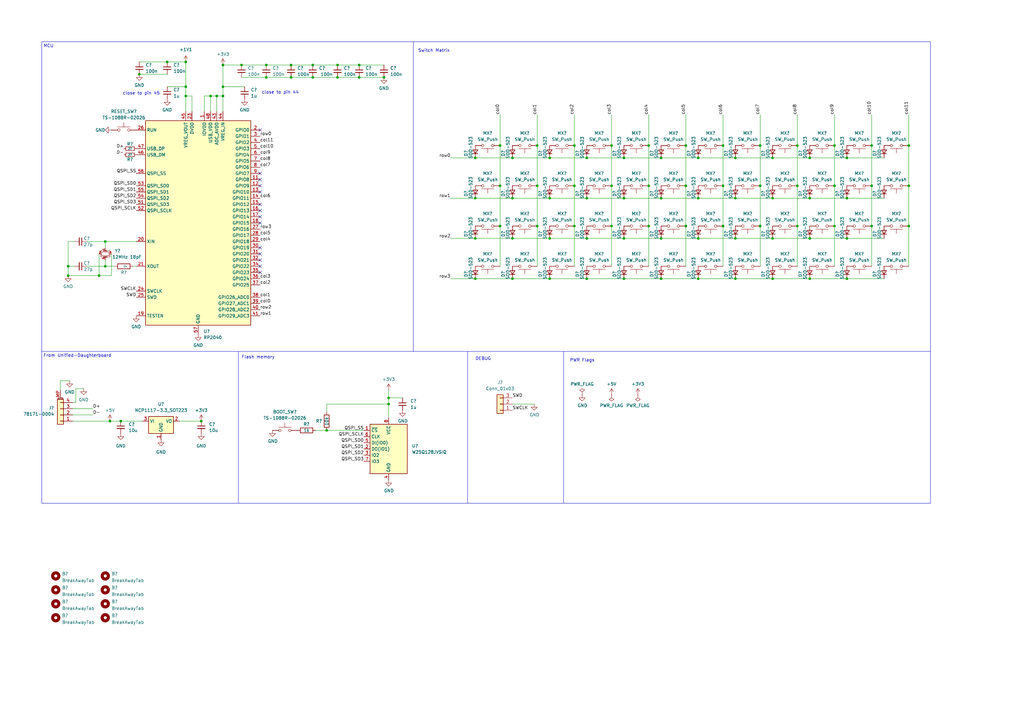
<source format=kicad_sch>
(kicad_sch (version 20230121) (generator eeschema)
  (paper "A3")
  (title_block (date "2023-11-23"))
  (junction (at 286.385 97.79))
  (junction (at 240.665 114.3))
  (junction (at 301.625 97.79))
  (junction (at 225.425 97.79))
  (junction (at 347.345 81.28))
  (junction (at 138.43 26.67))
  (junction (at 250.825 92.71))
  (junction (at 210.185 81.28))
  (junction (at 286.385 81.28))
  (junction (at 91.44 26.67))
  (junction (at 255.905 81.28))
  (junction (at 194.945 81.28))
  (junction (at 88.9 39.37))
  (junction (at 235.585 76.2))
  (junction (at 357.505 76.2))
  (junction (at 194.945 97.79))
  (junction (at 347.345 97.79))
  (junction (at 301.625 64.77))
  (junction (at 205.105 92.71))
  (junction (at 332.105 81.28))
  (junction (at 357.505 92.71))
  (junction (at 281.305 92.71))
  (junction (at 147.32 26.67))
  (junction (at 266.065 59.69))
  (junction (at 372.745 92.71))
  (junction (at 138.43 31.75))
  (junction (at 210.185 64.77))
  (junction (at 194.945 114.3))
  (junction (at 316.865 97.79))
  (junction (at 235.585 92.71))
  (junction (at 311.785 59.69))
  (junction (at 255.905 64.77))
  (junction (at 210.185 97.79))
  (junction (at 301.625 81.28))
  (junction (at 316.865 114.3))
  (junction (at 109.22 31.75))
  (junction (at 271.145 64.77))
  (junction (at 128.27 31.75))
  (junction (at 91.44 35.56))
  (junction (at 119.38 31.75))
  (junction (at 327.025 59.69))
  (junction (at 225.425 64.77))
  (junction (at 57.15 30.48))
  (junction (at 159.385 163.195))
  (junction (at 128.27 26.67))
  (junction (at 147.32 31.75))
  (junction (at 43.18 99.06))
  (junction (at 255.905 97.79))
  (junction (at 296.545 59.69))
  (junction (at 296.545 76.2))
  (junction (at 210.185 114.3))
  (junction (at 76.2 25.4))
  (junction (at 45.085 172.72))
  (junction (at 27.94 113.03))
  (junction (at 347.345 114.3))
  (junction (at 194.945 64.77))
  (junction (at 342.265 92.71))
  (junction (at 311.785 92.71))
  (junction (at 342.265 59.69))
  (junction (at 205.105 59.69))
  (junction (at 266.065 92.71))
  (junction (at 220.345 92.71))
  (junction (at 76.2 39.37))
  (junction (at 332.105 64.77))
  (junction (at 76.2 35.56))
  (junction (at 86.36 39.37))
  (junction (at 296.545 92.71))
  (junction (at 220.345 76.2))
  (junction (at 266.065 76.2))
  (junction (at 99.06 26.67))
  (junction (at 157.48 31.75))
  (junction (at 286.385 114.3))
  (junction (at 332.105 97.79))
  (junction (at 286.385 64.77))
  (junction (at 159.385 165.735))
  (junction (at 372.745 76.2))
  (junction (at 235.585 59.69))
  (junction (at 240.665 81.28))
  (junction (at 240.665 97.79))
  (junction (at 49.53 172.72))
  (junction (at 220.345 59.69))
  (junction (at 342.265 76.2))
  (junction (at 281.305 59.69))
  (junction (at 82.55 172.72))
  (junction (at 281.305 76.2))
  (junction (at 271.145 97.79))
  (junction (at 327.025 76.2))
  (junction (at 311.785 76.2))
  (junction (at 27.94 109.22))
  (junction (at 43.18 109.22))
  (junction (at 250.825 59.69))
  (junction (at 357.505 59.69))
  (junction (at 119.38 26.67))
  (junction (at 332.105 114.3))
  (junction (at 316.865 64.77))
  (junction (at 327.025 92.71))
  (junction (at 40.64 113.03))
  (junction (at 250.825 76.2))
  (junction (at 255.905 114.3))
  (junction (at 271.145 114.3))
  (junction (at 133.985 176.53))
  (junction (at 225.425 114.3))
  (junction (at 316.865 81.28))
  (junction (at 301.625 114.3))
  (junction (at 240.665 64.77))
  (junction (at 91.44 39.37))
  (junction (at 372.745 59.69))
  (junction (at 271.145 81.28))
  (junction (at 109.22 26.67))
  (junction (at 205.105 76.2))
  (junction (at 225.425 81.28))
  (junction (at 347.345 64.77))
  (junction (at 68.58 25.4))
  (no_connect (at 106.68 91.44))
  (no_connect (at 106.68 109.22))
  (no_connect (at 106.68 111.76))
  (no_connect (at 106.68 106.68))
  (no_connect (at 106.68 78.74))
  (no_connect (at 106.68 104.14))
  (no_connect (at 106.68 53.34))
  (no_connect (at 106.68 76.2))
  (no_connect (at 106.68 83.82))
  (no_connect (at 106.68 86.36))
  (no_connect (at 106.68 88.9))
  (no_connect (at 106.68 101.6))
  (no_connect (at 106.68 73.66))
  (no_connect (at 106.68 71.12))
  (wire (pts (xy 286.385 81.28) (xy 301.625 81.28)))
  (polyline (pts (xy 17.145 17.145) (xy 17.145 206.375)))
  (wire (pts (xy 99.06 26.67) (xy 109.22 26.67)))
  (wire (pts (xy 327.025 46.99) (xy 327.025 59.69)))
  (wire (pts (xy 266.065 92.71) (xy 266.065 109.22)))
  (wire (pts (xy 220.345 76.2) (xy 220.345 92.71)))
  (wire (pts (xy 91.44 39.37) (xy 88.9 39.37)))
  (wire (pts (xy 281.305 59.69) (xy 281.305 76.2)))
  (wire (pts (xy 138.43 31.75) (xy 147.32 31.75)))
  (wire (pts (xy 210.185 64.77) (xy 225.425 64.77)))
  (wire (pts (xy 24.765 160.02) (xy 24.765 156.21)))
  (wire (pts (xy 235.585 92.71) (xy 235.585 109.22)))
  (wire (pts (xy 271.145 97.79) (xy 286.385 97.79)))
  (wire (pts (xy 240.665 81.28) (xy 255.905 81.28)))
  (wire (pts (xy 332.105 64.77) (xy 347.345 64.77)))
  (wire (pts (xy 311.785 59.69) (xy 311.785 76.2)))
  (wire (pts (xy 159.385 163.195) (xy 165.1 163.195)))
  (wire (pts (xy 49.53 172.72) (xy 58.42 172.72)))
  (wire (pts (xy 225.425 97.79) (xy 240.665 97.79)))
  (wire (pts (xy 45.72 104.14) (xy 45.72 113.03)))
  (wire (pts (xy 235.585 76.2) (xy 235.585 92.71)))
  (wire (pts (xy 205.105 76.2) (xy 205.105 92.71)))
  (wire (pts (xy 266.065 59.69) (xy 266.065 76.2)))
  (wire (pts (xy 184.785 114.3) (xy 194.945 114.3)))
  (polyline (pts (xy 17.145 206.375) (xy 381.635 206.375)))
  (wire (pts (xy 235.585 46.99) (xy 235.585 59.69)))
  (wire (pts (xy 147.32 26.67) (xy 157.48 26.67)))
  (wire (pts (xy 194.945 81.28) (xy 210.185 81.28)))
  (wire (pts (xy 250.825 92.71) (xy 250.825 109.22)))
  (wire (pts (xy 27.94 109.22) (xy 30.48 109.22)))
  (wire (pts (xy 54.61 109.22) (xy 55.88 109.22)))
  (wire (pts (xy 78.74 39.37) (xy 76.2 39.37)))
  (wire (pts (xy 357.505 46.99) (xy 357.505 59.69)))
  (wire (pts (xy 159.385 165.735) (xy 159.385 171.45)))
  (wire (pts (xy 266.065 76.2) (xy 266.065 92.71)))
  (wire (pts (xy 357.505 92.71) (xy 357.505 109.22)))
  (wire (pts (xy 119.38 31.75) (xy 128.27 31.75)))
  (wire (pts (xy 35.56 99.06) (xy 43.18 99.06)))
  (wire (pts (xy 210.185 81.28) (xy 225.425 81.28)))
  (polyline (pts (xy 381.635 17.145) (xy 381.635 206.375)))
  (wire (pts (xy 73.66 172.72) (xy 82.55 172.72)))
  (wire (pts (xy 210.185 114.3) (xy 225.425 114.3)))
  (wire (pts (xy 271.145 64.77) (xy 286.385 64.77)))
  (wire (pts (xy 250.825 59.69) (xy 250.825 76.2)))
  (wire (pts (xy 296.545 59.69) (xy 296.545 76.2)))
  (wire (pts (xy 43.18 109.22) (xy 46.99 109.22)))
  (wire (pts (xy 332.105 81.28) (xy 347.345 81.28)))
  (wire (pts (xy 372.745 46.99) (xy 372.745 59.69)))
  (wire (pts (xy 250.825 46.99) (xy 250.825 59.69)))
  (wire (pts (xy 27.94 109.22) (xy 27.94 113.03)))
  (polyline (pts (xy 169.545 17.145) (xy 169.545 144.145)))
  (wire (pts (xy 194.945 97.79) (xy 210.185 97.79)))
  (wire (pts (xy 159.385 163.195) (xy 159.385 165.735)))
  (wire (pts (xy 27.94 113.03) (xy 40.64 113.03)))
  (wire (pts (xy 342.265 92.71) (xy 342.265 109.22)))
  (wire (pts (xy 184.785 81.28) (xy 194.945 81.28)))
  (wire (pts (xy 342.265 59.69) (xy 342.265 76.2)))
  (wire (pts (xy 205.105 59.69) (xy 205.105 76.2)))
  (wire (pts (xy 372.745 92.71) (xy 372.745 109.22)))
  (wire (pts (xy 31.115 165.1) (xy 31.115 159.385)))
  (wire (pts (xy 129.54 176.53) (xy 133.985 176.53)))
  (wire (pts (xy 83.82 39.37) (xy 86.36 39.37)))
  (wire (pts (xy 347.345 81.28) (xy 362.585 81.28)))
  (wire (pts (xy 240.665 114.3) (xy 255.905 114.3)))
  (wire (pts (xy 91.44 26.67) (xy 91.44 35.56)))
  (wire (pts (xy 68.58 35.56) (xy 76.2 35.56)))
  (wire (pts (xy 296.545 46.99) (xy 296.545 59.69)))
  (wire (pts (xy 91.44 26.67) (xy 99.06 26.67)))
  (wire (pts (xy 184.785 97.79) (xy 194.945 97.79)))
  (wire (pts (xy 24.765 156.21) (xy 28.575 156.21)))
  (wire (pts (xy 99.06 31.75) (xy 109.22 31.75)))
  (wire (pts (xy 296.545 92.71) (xy 296.545 109.22)))
  (wire (pts (xy 147.32 31.75) (xy 157.48 31.75)))
  (wire (pts (xy 301.625 114.3) (xy 316.865 114.3)))
  (wire (pts (xy 347.345 114.3) (xy 362.585 114.3)))
  (wire (pts (xy 372.745 76.2) (xy 372.745 92.71)))
  (wire (pts (xy 210.185 165.735) (xy 219.075 165.735)))
  (wire (pts (xy 220.345 46.99) (xy 220.345 59.69)))
  (wire (pts (xy 255.905 81.28) (xy 271.145 81.28)))
  (wire (pts (xy 347.345 64.77) (xy 362.585 64.77)))
  (wire (pts (xy 83.82 39.37) (xy 83.82 45.72)))
  (wire (pts (xy 357.505 76.2) (xy 357.505 92.71)))
  (wire (pts (xy 255.905 114.3) (xy 271.145 114.3)))
  (wire (pts (xy 316.865 97.79) (xy 332.105 97.79)))
  (wire (pts (xy 210.185 97.79) (xy 225.425 97.79)))
  (wire (pts (xy 205.105 46.99) (xy 205.105 59.69)))
  (wire (pts (xy 43.18 99.06) (xy 55.88 99.06)))
  (wire (pts (xy 29.845 165.1) (xy 31.115 165.1)))
  (polyline (pts (xy 231.14 144.145) (xy 231.14 206.375)))
  (wire (pts (xy 35.56 109.22) (xy 43.18 109.22)))
  (wire (pts (xy 43.18 109.22) (xy 43.18 106.68)))
  (wire (pts (xy 225.425 81.28) (xy 240.665 81.28)))
  (wire (pts (xy 78.74 45.72) (xy 78.74 39.37)))
  (wire (pts (xy 255.905 64.77) (xy 271.145 64.77)))
  (wire (pts (xy 91.44 35.56) (xy 91.44 39.37)))
  (wire (pts (xy 86.36 39.37) (xy 88.9 39.37)))
  (wire (pts (xy 281.305 76.2) (xy 281.305 92.71)))
  (wire (pts (xy 286.385 97.79) (xy 301.625 97.79)))
  (wire (pts (xy 133.985 165.735) (xy 133.985 168.91)))
  (wire (pts (xy 27.94 99.06) (xy 27.94 109.22)))
  (wire (pts (xy 68.58 25.4) (xy 76.2 25.4)))
  (wire (pts (xy 30.48 99.06) (xy 27.94 99.06)))
  (wire (pts (xy 29.845 167.64) (xy 38.1 167.64)))
  (wire (pts (xy 327.025 76.2) (xy 327.025 92.71)))
  (wire (pts (xy 255.905 97.79) (xy 271.145 97.79)))
  (wire (pts (xy 88.9 39.37) (xy 88.9 45.72)))
  (wire (pts (xy 240.665 64.77) (xy 255.905 64.77)))
  (wire (pts (xy 45.085 172.72) (xy 49.53 172.72)))
  (wire (pts (xy 271.145 81.28) (xy 286.385 81.28)))
  (wire (pts (xy 220.345 59.69) (xy 220.345 76.2)))
  (polyline (pts (xy 17.145 144.145) (xy 381.635 144.145)))
  (wire (pts (xy 311.785 46.99) (xy 311.785 59.69)))
  (wire (pts (xy 149.225 176.53) (xy 133.985 176.53)))
  (polyline (pts (xy 191.77 144.145) (xy 191.77 206.375)))
  (wire (pts (xy 342.265 76.2) (xy 342.265 92.71)))
  (wire (pts (xy 311.785 76.2) (xy 311.785 92.71)))
  (wire (pts (xy 29.845 170.18) (xy 38.1 170.18)))
  (wire (pts (xy 332.105 114.3) (xy 347.345 114.3)))
  (wire (pts (xy 301.625 64.77) (xy 316.865 64.77)))
  (wire (pts (xy 286.385 114.3) (xy 301.625 114.3)))
  (wire (pts (xy 205.105 92.71) (xy 205.105 109.22)))
  (polyline (pts (xy 97.79 144.145) (xy 97.79 206.375)))
  (wire (pts (xy 250.825 76.2) (xy 250.825 92.71)))
  (wire (pts (xy 76.2 35.56) (xy 76.2 39.37)))
  (wire (pts (xy 240.665 97.79) (xy 255.905 97.79)))
  (wire (pts (xy 194.945 64.77) (xy 210.185 64.77)))
  (wire (pts (xy 31.115 159.385) (xy 34.29 159.385)))
  (wire (pts (xy 357.505 59.69) (xy 357.505 76.2)))
  (wire (pts (xy 91.44 35.56) (xy 100.33 35.56)))
  (wire (pts (xy 194.945 114.3) (xy 210.185 114.3)))
  (wire (pts (xy 57.15 25.4) (xy 68.58 25.4)))
  (wire (pts (xy 281.305 46.99) (xy 281.305 59.69)))
  (wire (pts (xy 128.27 31.75) (xy 138.43 31.75)))
  (wire (pts (xy 29.845 172.72) (xy 45.085 172.72)))
  (wire (pts (xy 316.865 114.3) (xy 332.105 114.3)))
  (wire (pts (xy 45.72 113.03) (xy 40.64 113.03)))
  (wire (pts (xy 266.065 46.99) (xy 266.065 59.69)))
  (wire (pts (xy 301.625 81.28) (xy 316.865 81.28)))
  (wire (pts (xy 271.145 114.3) (xy 286.385 114.3)))
  (wire (pts (xy 286.385 64.77) (xy 301.625 64.77)))
  (wire (pts (xy 332.105 97.79) (xy 347.345 97.79)))
  (wire (pts (xy 225.425 64.77) (xy 240.665 64.77)))
  (wire (pts (xy 133.985 165.735) (xy 159.385 165.735)))
  (wire (pts (xy 109.22 31.75) (xy 119.38 31.75)))
  (wire (pts (xy 57.15 30.48) (xy 68.58 30.48)))
  (wire (pts (xy 316.865 64.77) (xy 332.105 64.77)))
  (wire (pts (xy 296.545 76.2) (xy 296.545 92.71)))
  (wire (pts (xy 225.425 114.3) (xy 240.665 114.3)))
  (wire (pts (xy 91.44 45.72) (xy 91.44 39.37)))
  (wire (pts (xy 128.27 26.67) (xy 138.43 26.67)))
  (wire (pts (xy 43.18 101.6) (xy 43.18 99.06)))
  (wire (pts (xy 327.025 92.71) (xy 327.025 109.22)))
  (wire (pts (xy 235.585 59.69) (xy 235.585 76.2)))
  (wire (pts (xy 311.785 92.71) (xy 311.785 109.22)))
  (wire (pts (xy 316.865 81.28) (xy 332.105 81.28)))
  (wire (pts (xy 119.38 26.67) (xy 128.27 26.67)))
  (wire (pts (xy 220.345 92.71) (xy 220.345 109.22)))
  (wire (pts (xy 159.385 160.02) (xy 159.385 163.195)))
  (wire (pts (xy 109.22 26.67) (xy 119.38 26.67)))
  (wire (pts (xy 76.2 25.4) (xy 76.2 35.56)))
  (wire (pts (xy 184.785 64.77) (xy 194.945 64.77)))
  (wire (pts (xy 342.265 46.99) (xy 342.265 59.69)))
  (wire (pts (xy 40.64 104.14) (xy 40.64 113.03)))
  (wire (pts (xy 76.2 45.72) (xy 76.2 39.37)))
  (wire (pts (xy 301.625 97.79) (xy 316.865 97.79)))
  (wire (pts (xy 347.345 97.79) (xy 362.585 97.79)))
  (wire (pts (xy 372.745 59.69) (xy 372.745 76.2)))
  (wire (pts (xy 327.025 59.69) (xy 327.025 76.2)))
  (wire (pts (xy 281.305 92.71) (xy 281.305 109.22)))
  (wire (pts (xy 86.36 39.37) (xy 86.36 45.72)))
  (wire (pts (xy 138.43 26.67) (xy 147.32 26.67)))
  (polyline (pts (xy 17.145 17.145) (xy 381.635 17.145)))
  (text "PWR Flags" (at 233.68 148.59 0) (effects (font (size 1.27 1.27)) (justify left bottom)))
  (text "Flash memory" (at 99.06 147.32 0) (effects (font (size 1.27 1.27)) (justify left bottom)))
  (text "Switch Matrix\n" (at 171.45 21.59 0) (effects (font (size 1.27 1.27)) (justify left bottom)))
  (text "DEBUG\n" (at 194.945 147.955 0) (effects (font (size 1.27 1.27)) (justify left bottom)))
  (text "MCU\n" (at 17.78 19.685 0) (effects (font (size 1.27 1.27)) (justify left bottom)))
  (text "close to pin 44" (at 107.315 38.735 0) (effects (font (size 1.27 1.27)) (justify left bottom)))
  (text "close to pin 45" (at 50.292 39.116 0) (effects (font (size 1.27 1.27)) (justify left bottom)))
  (text "From Unified-Daughterboard" (at 17.78 146.685 0) (effects (font (size 1.27 1.27)) (justify left bottom)))
  (label "col1" (at 220.345 46.99 90))
  (label "col2" (at 106.68 116.84 0))
  (label "QSPI_SD0" (at 55.88 76.2 180))
  (label "col5" (at 106.68 96.52 0))
  (label "QSPI_SD3" (at 55.88 83.82 180))
  (label "col8" (at 106.68 66.04 0))
  (label "col10" (at 357.505 46.99 90))
  (label "row2" (at 184.785 97.79 180))
  (label "col3" (at 106.68 114.3 0))
  (label "col2" (at 235.585 46.99 90))
  (label "col10" (at 106.68 60.96 0))
  (label "D+" (at 38.1 167.64 0))
  (label "QSPI_SD3" (at 149.225 189.23 180))
  (label "col3" (at 250.825 46.99 90))
  (label "row3" (at 106.68 93.98 0))
  (label "col5" (at 281.305 46.99 90))
  (label "col1" (at 106.68 121.92 0))
  (label "QSPI_SD1" (at 149.225 184.15 180))
  (label "QSPI_SD2" (at 55.88 81.28 180))
  (label "row1" (at 106.68 129.54 0))
  (label "SWD" (at 55.88 121.92 180))
  (label "col7" (at 106.68 68.58 0))
  (label "col4" (at 266.065 46.99 90))
  (label "QSPI_SS" (at 55.88 71.12 180))
  (label "col6" (at 296.545 46.99 90))
  (label "col11" (at 106.68 58.42 0))
  (label "QSPI_SD1" (at 55.88 78.74 180))
  (label "SWCLK" (at 210.185 168.275 0))
  (label "col11" (at 372.745 46.99 90))
  (label "D-" (at 38.1 170.18 0))
  (label "col8" (at 327.025 46.99 90))
  (label "col7" (at 311.785 46.99 90))
  (label "SWD" (at 210.185 163.195 0))
  (label "row1" (at 184.785 81.28 180))
  (label "col6" (at 106.68 81.28 0))
  (label "SWCLK" (at 55.88 119.38 180))
  (label "col4" (at 106.68 99.06 0))
  (label "D-" (at 50.8 63.5 180))
  (label "QSPI_SD2" (at 149.225 186.69 180))
  (label "QSPI_SD0" (at 149.225 181.61 180))
  (label "D+" (at 50.8 60.96 180))
  (label "QSPI_SS" (at 149.225 176.53 180))
  (label "col0" (at 205.105 46.99 90))
  (label "QSPI_SCLK" (at 149.225 179.07 180))
  (label "col0" (at 106.68 124.46 0))
  (label "row3" (at 184.785 114.3 180))
  (label "row2" (at 106.68 127 0))
  (label "col9" (at 342.265 46.99 90))
  (label "row0" (at 106.68 55.88 0))
  (label "col9" (at 106.68 63.5 0))
  (label "row0" (at 184.785 64.77 180))
  (label "QSPI_SCLK" (at 55.88 86.36 180))
  (symbol (lib_id "power:GND") (at 238.76 161.925 0) (unit 1)
    (property "Reference" "#PWR?" (effects hide))
    (property "Value" "GND" (at 238.887 166.3192 0))
  )
  (symbol (lib_id "power:PWR_FLAG") (at 238.76 161.925 0) (unit 1)
    (property "Reference" "#FLG?" (effects hide))
    (property "Value" "PWR_FLAG" (at 238.76 157.5308 0))
  )
  (symbol (lib_id "power:PWR_FLAG") (at 250.825 161.925 180) (unit 1)
    (property "Reference" "#FLG?" (effects hide))
    (property "Value" "PWR_FLAG" (at 250.825 166.3192 0))
  )
  (symbol (lib_id "power:GND") (at 159.385 196.85 0) (unit 1)
    (property "Reference" "#PWR?" (effects hide))
    (property "Value" "GND" (at 159.512 201.2442 0))
  )
  (symbol (lib_id "Switch:SW_Push") (at 200.025 76.2 180) (unit 1)
    (property "Reference" "MX?" (at 200.025 71.12 0))
    (property "Value" "SW_Push" (at 200.025 73.66 0))
    (property "Footprint" "kbd:keyswitch_cherrymx_hotswap_1u" (effects hide))
  )
  (symbol (lib_id "Device:D_Small") (at 286.385 111.76 90) (unit 1)
    (property "Reference" "D?" (at 282.575 111.125 0) (effects (justify right)))
    (property "Value" "SOD-523" (at 284.48 105.41 0) (effects (justify right)))
    (property "Footprint" "Diode_SMD:D_SOD-523" (effects hide))
  )
  (symbol (lib_id "Device:D_Small") (at 332.105 78.74 90) (unit 1)
    (property "Reference" "D?" (at 328.295 78.105 0) (effects (justify right)))
    (property "Value" "SOD-523" (at 330.2 72.39 0) (effects (justify right)))
    (property "Footprint" "Diode_SMD:D_SOD-523" (effects hide))
  )
  (symbol (lib_id "Switch:SW_Push") (at 200.025 59.69 180) (unit 1)
    (property "Reference" "MX?" (at 200.025 54.61 0))
    (property "Value" "SW_Push" (at 200.025 57.15 0))
    (property "Footprint" "kbd:keyswitch_cherrymx_hotswap_1u" (effects hide))
  )
  (symbol (lib_id "Connector_Generic_MountingPin:Conn_01x04_MountingPin") (at 24.765 170.18 180) (unit 1)
    (property "Reference" "J?" (at 22.225 167.2844 0) (effects (justify left)))
    (property "Value" "78171-0004" (at 22.225 169.8244 0) (effects (justify left)))
    (property "Footprint" "kbd:Pico-EZmate_PCB_Header" (effects hide))
  )
  (symbol (lib_id "power:+3V3") (at 261.62 161.925 0) (unit 1)
    (property "Reference" "#PWR?" (effects hide))
    (property "Value" "+3V3" (at 261.62 157.48 0))
  )
  (symbol (lib_id "Switch:SW_Push") (at 367.665 92.71 180) (unit 1)
    (property "Reference" "MX?" (at 367.665 87.63 0))
    (property "Value" "SW_Push" (at 367.665 90.17 0))
    (property "Footprint" "kbd:keyswitch_cherrymx_hotswap_1u" (effects hide))
  )
  (symbol (lib_id "Switch:SW_Push") (at 230.505 92.71 180) (unit 1)
    (property "Reference" "MX?" (at 230.505 87.63 0))
    (property "Value" "SW_Push" (at 230.505 90.17 0))
    (property "Footprint" "kbd:keyswitch_cherrymx_hotswap_1u" (effects hide))
  )
  (symbol (lib_id "Switch:SW_Push") (at 200.025 109.22 180) (unit 1)
    (property "Reference" "MX?" (at 200.025 104.14 0))
    (property "Value" "SW_Push" (at 200.025 106.68 0))
    (property "Footprint" "kbd:keyswitch_cherrymx_hotswap_1u" (effects hide))
  )
  (symbol (lib_id "power:GND") (at 81.28 137.16 0) (unit 1)
    (property "Reference" "#PWR?" (effects hide))
    (property "Value" "GND" (at 81.28 141.605 0))
  )
  (symbol (lib_id "power:+5V") (at 250.825 161.925 0) (unit 1)
    (property "Reference" "#PWR?" (effects hide))
    (property "Value" "+5V" (at 250.825 157.48 0))
  )
  (symbol (lib_id "Device:D_Small") (at 271.145 62.23 90) (unit 1)
    (property "Reference" "D?" (at 267.335 61.595 0) (effects (justify right)))
    (property "Value" "SOD-523" (at 269.24 55.88 0) (effects (justify right)))
    (property "Footprint" "Diode_SMD:D_SOD-523" (effects hide))
  )
  (symbol (lib_id "Switch:SW_Push") (at 230.505 109.22 180) (unit 1)
    (property "Reference" "MX?" (at 230.505 104.14 0))
    (property "Value" "SW_Push" (at 230.505 106.68 0))
    (property "Footprint" "kbd:keyswitch_cherrymx_hotswap_1u" (effects hide))
  )
  (symbol (lib_id "Switch:SW_Push") (at 306.705 76.2 180) (unit 1)
    (property "Reference" "MX?" (at 306.705 71.12 0))
    (property "Value" "SW_Push" (at 306.705 73.66 0))
    (property "Footprint" "kbd:keyswitch_cherrymx_hotswap_1u" (effects hide))
  )
  (symbol (lib_id "MCU_RaspberryPi:RP2040") (at 81.28 91.44 0) (unit 1)
    (property "Reference" "U?" (at 83.4741 135.89 0) (effects (justify left)))
    (property "Value" "RP2040" (at 83.4741 138.43 0) (effects (justify left)))
    (property "Footprint" "Package_DFN_QFN:QFN-56-1EP_7x7mm_P0.4mm_EP3.2x3.2mm" (effects hide))
    (property "Datasheet" "https://datasheets.raspberrypi.com/rp2040/rp2040-datasheet.pdf" (effects hide))
    (property "JLCPCB Part #" "C2040" (effects hide))
  )
  (symbol (lib_id "Switch:SW_Push") (at 291.465 76.2 180) (unit 1)
    (property "Reference" "MX?" (at 291.465 71.12 0))
    (property "Value" "SW_Push" (at 291.465 73.66 0))
    (property "Footprint" "kbd:keyswitch_cherrymx_hotswap_1u" (effects hide))
  )
  (symbol (lib_id "Device:D_Small") (at 210.185 111.76 90) (unit 1)
    (property "Reference" "D?" (at 206.375 111.125 0) (effects (justify right)))
    (property "Value" "SOD-523" (at 208.28 105.41 0) (effects (justify right)))
    (property "Footprint" "Diode_SMD:D_SOD-523" (effects hide))
  )
  (symbol (lib_id "Mechanical:MountingHole") (at 43.18 236.22 0) (unit 1)
    (property "Reference" "B?" (at 45.72 235.3115 0) (effects (justify left)))
    (property "Value" "BreakAwayTab" (at 45.72 238.0866 0) (effects (justify left)))
    (property "Footprint" "kbd:Breakaway_Tabs" (effects hide))
  )
  (symbol (lib_id "Switch:SW_Push") (at 230.505 59.69 180) (unit 1)
    (property "Reference" "MX?" (at 230.505 54.61 0))
    (property "Value" "SW_Push" (at 230.505 57.15 0))
    (property "Footprint" "kbd:keyswitch_cherrymx_hotswap_1u" (effects hide))
  )
  (symbol (lib_id "Device:D_Small") (at 240.665 111.76 90) (unit 1)
    (property "Reference" "D?" (at 236.855 111.125 0) (effects (justify right)))
    (property "Value" "SOD-523" (at 238.76 105.41 0) (effects (justify right)))
    (property "Footprint" "Diode_SMD:D_SOD-523" (effects hide))
  )
  (symbol (lib_id "Mechanical:MountingHole") (at 43.18 253.365 0) (unit 1)
    (property "Reference" "B?" (at 45.72 252.4565 0) (effects (justify left)))
    (property "Value" "BreakAwayTab" (at 45.72 255.2316 0) (effects (justify left)))
    (property "Footprint" "kbd:Breakaway_Tabs" (effects hide))
  )
  (symbol (lib_id "power:GND") (at 219.075 165.735 0) (unit 1)
    (property "Reference" "#PWR?" (effects hide))
    (property "Value" "GND" (at 219.202 170.1292 0))
  )
  (symbol (lib_id "Device:D_Small") (at 210.185 62.23 90) (unit 1)
    (property "Reference" "D?" (at 206.375 61.595 0) (effects (justify right)))
    (property "Value" "SOD-523" (at 208.28 55.88 0) (effects (justify right)))
    (property "Footprint" "Diode_SMD:D_SOD-523" (effects hide))
  )
  (symbol (lib_id "power:GND") (at 34.29 159.385 0) (unit 1)
    (property "Reference" "#PWR?" (effects hide))
    (property "Value" "GND" (at 34.29 163.9474 0))
  )
  (symbol (lib_id "power:+1V1") (at 76.2 25.4 0) (unit 1)
    (property "Reference" "#PWR?" (effects hide))
    (property "Value" "+1V1" (at 76.2 20.32 0))
  )
  (symbol (lib_id "power:GND") (at 49.53 177.8 0) (unit 1)
    (property "Reference" "#PWR?" (effects hide))
    (property "Value" "GND" (at 49.53 182.88 0))
  )
  (symbol (lib_id "Switch:SW_Push") (at 367.665 76.2 180) (unit 1)
    (property "Reference" "MX?" (at 367.665 71.12 0))
    (property "Value" "SW_Push" (at 367.665 73.66 0))
    (property "Footprint" "kbd:keyswitch_cherrymx_hotswap_1u" (effects hide))
  )
  (symbol (lib_id "Device:D_Small") (at 255.905 111.76 90) (unit 1)
    (property "Reference" "D?" (at 252.095 111.125 0) (effects (justify right)))
    (property "Value" "SOD-523" (at 254 105.41 0) (effects (justify right)))
    (property "Footprint" "Diode_SMD:D_SOD-523" (effects hide))
  )
  (symbol (lib_id "Device:R") (at 125.73 176.53 90) (unit 1)
    (property "Reference" "R?" (at 125.73 173.99 90))
    (property "Value" "1k" (at 125.73 176.53 90))
    (property "Footprint" "Resistor_SMD:R_0402_1005Metric" (effects hide))
  )
  (symbol (lib_id "power:GND") (at 28.575 156.21 0) (unit 1)
    (property "Reference" "#PWR?" (effects hide))
    (property "Value" "GND" (at 28.575 160.7724 0))
  )
  (symbol (lib_id "Device:D_Small") (at 240.665 95.25 90) (unit 1)
    (property "Reference" "D?" (at 236.855 94.615 0) (effects (justify right)))
    (property "Value" "SOD-523" (at 238.76 88.9 0) (effects (justify right)))
    (property "Footprint" "Diode_SMD:D_SOD-523" (effects hide))
  )
  (symbol (lib_id "power:GND") (at 165.1 168.275 0) (unit 1)
    (property "Reference" "#PWR?" (effects hide))
    (property "Value" "GND" (at 165.227 172.6692 0))
  )
  (symbol (lib_id "Device:C_Small") (at 128.27 29.21 0) (unit 1)
    (property "Reference" "C?" (at 130.81 27.94 0) (effects (justify left)))
    (property "Value" "100n" (at 131.445 30.48 0) (effects (justify left)))
    (property "Footprint" "Capacitor_SMD:C_0402_1005Metric" (effects hide))
  )
  (symbol (lib_id "Device:D_Small") (at 301.625 78.74 90) (unit 1)
    (property "Reference" "D?" (at 297.815 78.105 0) (effects (justify right)))
    (property "Value" "SOD-523" (at 299.72 72.39 0) (effects (justify right)))
    (property "Footprint" "Diode_SMD:D_SOD-523" (effects hide))
  )
  (symbol (lib_id "Device:C_Small") (at 68.58 27.94 0) (unit 1)
    (property "Reference" "C?" (at 71.12 26.67 0) (effects (justify left)))
    (property "Value" "100n" (at 71.12 29.21 0) (effects (justify left)))
    (property "Footprint" "Capacitor_SMD:C_0402_1005Metric" (effects hide))
  )
  (symbol (lib_id "Device:C_Small") (at 99.06 29.21 0) (unit 1)
    (property "Reference" "C?" (at 101.6 27.94 0) (effects (justify left)))
    (property "Value" "100n" (at 101.6 30.48 0) (effects (justify left)))
    (property "Footprint" "Capacitor_SMD:C_0402_1005Metric" (effects hide))
  )
  (symbol (lib_id "Device:D_Small") (at 332.105 95.25 90) (unit 1)
    (property "Reference" "D?" (at 328.295 94.615 0) (effects (justify right)))
    (property "Value" "SOD-523" (at 330.2 88.9 0) (effects (justify right)))
    (property "Footprint" "Diode_SMD:D_SOD-523" (effects hide))
  )
  (symbol (lib_id "Device:D_Small") (at 347.345 62.23 90) (unit 1)
    (property "Reference" "D?" (at 343.535 61.595 0) (effects (justify right)))
    (property "Value" "SOD-523" (at 345.44 55.88 0) (effects (justify right)))
    (property "Footprint" "Diode_SMD:D_SOD-523" (effects hide))
  )
  (symbol (lib_id "Device:D_Small") (at 194.945 62.23 90) (unit 1)
    (property "Reference" "D?" (at 191.135 61.595 0) (effects (justify right)))
    (property "Value" "SOD-523" (at 193.04 55.88 0) (effects (justify right)))
    (property "Footprint" "Diode_SMD:D_SOD-523" (effects hide))
  )
  (symbol (lib_id "Device:D_Small") (at 210.185 78.74 90) (unit 1)
    (property "Reference" "D?" (at 206.375 78.105 0) (effects (justify right)))
    (property "Value" "SOD-523" (at 208.28 72.39 0) (effects (justify right)))
    (property "Footprint" "Diode_SMD:D_SOD-523" (effects hide))
  )
  (symbol (lib_id "Device:D_Small") (at 316.865 95.25 90) (unit 1)
    (property "Reference" "D?" (at 313.055 94.615 0) (effects (justify right)))
    (property "Value" "SOD-523" (at 314.96 88.9 0) (effects (justify right)))
    (property "Footprint" "Diode_SMD:D_SOD-523" (effects hide))
  )
  (symbol (lib_id "power:+3V3") (at 82.55 172.72 0) (unit 1)
    (property "Reference" "#PWR?" (effects hide))
    (property "Value" "+3V3" (at 82.55 168.275 0))
  )
  (symbol (lib_id "power:GND") (at 157.48 31.75 0) (unit 1)
    (property "Reference" "#PWR?" (effects hide))
    (property "Value" "GND" (at 157.48 36.195 0))
  )
  (symbol (lib_id "Switch:SW_Push") (at 215.265 59.69 180) (unit 1)
    (property "Reference" "MX?" (at 215.265 54.61 0))
    (property "Value" "SW_Push" (at 215.265 57.15 0))
    (property "Footprint" "kbd:keyswitch_cherrymx_hotswap_1u" (effects hide))
  )
  (symbol (lib_id "Switch:SW_Push") (at 306.705 109.22 180) (unit 1)
    (property "Reference" "MX?" (at 306.705 104.14 0))
    (property "Value" "SW_Push" (at 306.705 106.68 0))
    (property "Footprint" "kbd:keyswitch_cherrymx_hotswap_1u" (effects hide))
  )
  (symbol (lib_id "Device:D_Small") (at 271.145 78.74 90) (unit 1)
    (property "Reference" "D?" (at 267.335 78.105 0) (effects (justify right)))
    (property "Value" "SOD-523" (at 269.24 72.39 0) (effects (justify right)))
    (property "Footprint" "Diode_SMD:D_SOD-523" (effects hide))
  )
  (symbol (lib_id "power:GND") (at 82.55 177.8 0) (unit 1)
    (property "Reference" "#PWR?" (effects hide))
    (property "Value" "GND" (at 82.55 182.88 0))
  )
  (symbol (lib_id "power:GND") (at 111.76 176.53 0) (unit 1)
    (property "Reference" "#PWR?" (effects hide))
    (property "Value" "GND" (at 111.887 180.9242 0))
  )
  (symbol (lib_id "power:+3V3") (at 91.44 26.67 0) (unit 1)
    (property "Reference" "#PWR?" (effects hide))
    (property "Value" "+3V3" (at 91.44 22.225 0))
  )
  (symbol (lib_id "power:GND") (at 45.72 53.34 270) (unit 1)
    (property "Reference" "#PWR?" (effects hide))
    (property "Value" "GND" (at 43.18 53.34 90) (effects (justify right)))
  )
  (symbol (lib_id "Switch:SW_Push") (at 276.225 76.2 180) (unit 1)
    (property "Reference" "MX?" (at 276.225 71.12 0))
    (property "Value" "SW_Push" (at 276.225 73.66 0))
    (property "Footprint" "kbd:keyswitch_cherrymx_hotswap_1u" (effects hide))
  )
  (symbol (lib_id "Device:C_Small") (at 165.1 165.735 0) (unit 1)
    (property "Reference" "C?" (at 168.275 164.4713 0) (effects (justify left)))
    (property "Value" "1u" (at 168.275 167.0113 0) (effects (justify left)))
    (property "Footprint" "Capacitor_SMD:C_0402_1005Metric" (effects hide))
  )
  (symbol (lib_id "Device:R_Small") (at 53.34 60.96 90) (unit 1)
    (property "Reference" "R?" (at 53.34 59.055 90))
    (property "Value" "27" (at 53.34 60.96 90) (effects (font (size 0.762 0.762))))
    (property "Footprint" "Resistor_SMD:R_0402_1005Metric" (effects hide))
  )
  (symbol (lib_id "Device:D_Small") (at 286.385 78.74 90) (unit 1)
    (property "Reference" "D?" (at 282.575 78.105 0) (effects (justify right)))
    (property "Value" "SOD-523" (at 284.48 72.39 0) (effects (justify right)))
    (property "Footprint" "Diode_SMD:D_SOD-523" (effects hide))
  )
  (symbol (lib_id "Switch:SW_Push") (at 230.505 76.2 180) (unit 1)
    (property "Reference" "MX?" (at 230.505 71.12 0))
    (property "Value" "SW_Push" (at 230.505 73.66 0))
    (property "Footprint" "kbd:keyswitch_cherrymx_hotswap_1u" (effects hide))
  )
  (symbol (lib_id "Device:D_Small") (at 362.585 95.25 90) (unit 1)
    (property "Reference" "D?" (at 358.775 94.615 0) (effects (justify right)))
    (property "Value" "SOD-523" (at 360.68 88.9 0) (effects (justify right)))
    (property "Footprint" "Diode_SMD:D_SOD-523" (effects hide))
  )
  (symbol (lib_id "Mechanical:MountingHole") (at 22.86 253.365 0) (unit 1)
    (property "Reference" "B?" (at 25.4 252.4565 0) (effects (justify left)))
    (property "Value" "BreakAwayTab" (at 25.4 255.2316 0) (effects (justify left)))
    (property "Footprint" "kbd:Breakaway_Tabs" (effects hide))
  )
  (symbol (lib_id "Device:D_Small") (at 286.385 95.25 90) (unit 1)
    (property "Reference" "D?" (at 282.575 94.615 0) (effects (justify right)))
    (property "Value" "SOD-523" (at 284.48 88.9 0) (effects (justify right)))
    (property "Footprint" "Diode_SMD:D_SOD-523" (effects hide))
  )
  (symbol (lib_id "Regulator_Linear:NCP1117-3.3_SOT223") (at 66.04 172.72 0) (unit 1)
    (property "Reference" "U?" (at 66.04 165.735 0))
    (property "Value" "NCP1117-3.3_SOT223" (at 66.04 168.275 0))
    (property "Footprint" "Package_TO_SOT_SMD:SOT-223-3_TabPin2" (effects hide))
    (property "Datasheet" "http://www.onsemi.com/pub_link/Collateral/NCP1117-D.PDF" (effects hide))
  )
  (symbol (lib_id "Switch:SW_Push") (at 352.425 76.2 180) (unit 1)
    (property "Reference" "MX?" (at 352.425 71.12 0))
    (property "Value" "SW_Push" (at 352.425 73.66 0))
    (property "Footprint" "kbd:keyswitch_cherrymx_hotswap_1u" (effects hide))
  )
  (symbol (lib_id "Switch:SW_Push") (at 337.185 92.71 180) (unit 1)
    (property "Reference" "MX?" (at 337.185 87.63 0))
    (property "Value" "SW_Push" (at 337.185 90.17 0))
    (property "Footprint" "kbd:keyswitch_cherrymx_hotswap_1u" (effects hide))
  )
  (symbol (lib_id "Device:C_Small") (at 68.58 38.1 0) (unit 1)
    (property "Reference" "C?" (at 71.12 36.83 0) (effects (justify left)))
    (property "Value" "1u" (at 71.12 39.37 0) (effects (justify left)))
    (property "Footprint" "Capacitor_SMD:C_0402_1005Metric" (effects hide))
  )
  (symbol (lib_id "Switch:SW_Push") (at 260.985 92.71 180) (unit 1)
    (property "Reference" "MX?" (at 260.985 87.63 0))
    (property "Value" "SW_Push" (at 260.985 90.17 0))
    (property "Footprint" "kbd:keyswitch_cherrymx_hotswap_1u" (effects hide))
  )
  (symbol (lib_id "Switch:SW_Push") (at 321.945 59.69 180) (unit 1)
    (property "Reference" "MX?" (at 321.945 54.61 0))
    (property "Value" "SW_Push" (at 321.945 57.15 0))
    (property "Footprint" "kbd:keyswitch_cherrymx_hotswap_1u" (effects hide))
  )
  (symbol (lib_id "power:+5V") (at 45.085 172.72 0) (unit 1)
    (property "Reference" "#PWR?" (effects hide))
    (property "Value" "+5V" (at 45.085 168.275 0))
  )
  (symbol (lib_id "Switch:SW_Push") (at 367.665 59.69 180) (unit 1)
    (property "Reference" "MX?" (at 367.665 54.61 0))
    (property "Value" "SW_Push" (at 367.665 57.15 0))
    (property "Footprint" "kbd:keyswitch_cherrymx_hotswap_1u" (effects hide))
  )
  (symbol (lib_id "Switch:SW_Push") (at 276.225 59.69 180) (unit 1)
    (property "Reference" "MX?" (at 276.225 54.61 0))
    (property "Value" "SW_Push" (at 276.225 57.15 0))
    (property "Footprint" "kbd:keyswitch_cherrymx_hotswap_1u" (effects hide))
  )
  (symbol (lib_id "Device:R") (at 50.8 109.22 90) (unit 1)
    (property "Reference" "R?" (at 52.07 111.76 90) (effects (justify left)))
    (property "Value" "1k" (at 52.07 109.22 90) (effects (font (size 0.762 0.762)) (justify left)))
    (property "Footprint" "Resistor_SMD:R_0402_1005Metric" (effects hide))
  )
  (symbol (lib_id "Device:D_Small") (at 194.945 95.25 90) (unit 1)
    (property "Reference" "D?" (at 191.135 94.615 0) (effects (justify right)))
    (property "Value" "SOD-523" (at 193.04 88.9 0) (effects (justify right)))
    (property "Footprint" "Diode_SMD:D_SOD-523" (effects hide))
  )
  (symbol (lib_id "Switch:SW_Push") (at 306.705 92.71 180) (unit 1)
    (property "Reference" "MX?" (at 306.705 87.63 0))
    (property "Value" "SW_Push" (at 306.705 90.17 0))
    (property "Footprint" "kbd:keyswitch_cherrymx_hotswap_1u" (effects hide))
  )
  (symbol (lib_id "Connector_Generic:Conn_01x03") (at 205.105 165.735 180) (unit 1)
    (property "Reference" "J?" (at 205.105 156.845 0))
    (property "Value" "Conn_01x03" (at 205.105 159.385 0))
    (property "Footprint" "Connector_PinHeader_2.54mm:PinHeader_1x03_P2.54mm_Vertical" (effects hide))
  )
  (symbol (lib_id "Mechanical:MountingHole") (at 22.86 247.65 0) (unit 1)
    (property "Reference" "B?" (at 25.4 246.7415 0) (effects (justify left)))
    (property "Value" "BreakAwayTab" (at 25.4 249.5166 0) (effects (justify left)))
    (property "Footprint" "kbd:Breakaway_Tabs" (effects hide))
  )
  (symbol (lib_id "Switch:SW_Push") (at 352.425 109.22 180) (unit 1)
    (property "Reference" "MX?" (at 352.425 104.14 0))
    (property "Value" "SW_Push" (at 352.425 106.68 0))
    (property "Footprint" "kbd:keyswitch_cherrymx_hotswap_1u" (effects hide))
  )
  (symbol (lib_id "Switch:SW_Push") (at 321.945 76.2 180) (unit 1)
    (property "Reference" "MX?" (at 321.945 71.12 0))
    (property "Value" "SW_Push" (at 321.945 73.66 0))
    (property "Footprint" "kbd:keyswitch_cherrymx_hotswap_1u" (effects hide))
  )
  (symbol (lib_id "Switch:SW_Push") (at 116.84 176.53 0) (unit 1)
    (property "Reference" "BOOT_SW?" (at 116.84 168.91 0))
    (property "Value" "TS-1088R-02026" (at 116.84 171.45 0))
    (property "Footprint" "kbd:TS-1088R-02026" (effects hide))
  )
  (symbol (lib_id "Device:C_Small") (at 57.15 27.94 0) (unit 1)
    (property "Reference" "C?" (at 59.69 26.67 0) (effects (justify left)))
    (property "Value" "100n" (at 59.69 29.21 0) (effects (justify left)))
    (property "Footprint" "Capacitor_SMD:C_0402_1005Metric" (effects hide))
  )
  (symbol (lib_id "Memory_Flash:W25Q128JVS") (at 159.385 184.15 0) (unit 1)
    (property "Reference" "U?" (at 168.91 182.88 0) (effects (justify left)))
    (property "Value" "W25Q128JVSIQ" (at 168.91 185.42 0) (effects (justify left)))
    (property "Footprint" "Package_SO:SOIC-8_5.23x5.23mm_P1.27mm" (effects hide))
    (property "Datasheet" "http://www.winbond.com/resource-files/w25q128jv_dtr%20revc%2003272018%20plus.pdf" (effects hide))
  )
  (symbol (lib_id "Device:C_Small") (at 109.22 29.21 0) (unit 1)
    (property "Reference" "C?" (at 111.76 27.94 0) (effects (justify left)))
    (property "Value" "100n" (at 111.76 30.48 0) (effects (justify left)))
    (property "Footprint" "Capacitor_SMD:C_0402_1005Metric" (effects hide))
  )
  (symbol (lib_id "Switch:SW_Push") (at 352.425 92.71 180) (unit 1)
    (property "Reference" "MX?" (at 352.425 87.63 0))
    (property "Value" "SW_Push" (at 352.425 90.17 0))
    (property "Footprint" "kbd:keyswitch_cherrymx_hotswap_1u" (effects hide))
  )
  (symbol (lib_id "Device:C_Small") (at 138.43 29.21 0) (unit 1)
    (property "Reference" "C?" (at 140.97 27.94 0) (effects (justify left)))
    (property "Value" "100n" (at 140.97 30.48 0) (effects (justify left)))
    (property "Footprint" "Capacitor_SMD:C_0402_1005Metric" (effects hide))
  )
  (symbol (lib_id "Switch:SW_Push") (at 245.745 92.71 180) (unit 1)
    (property "Reference" "MX?" (at 245.745 87.63 0))
    (property "Value" "SW_Push" (at 245.745 90.17 0))
    (property "Footprint" "kbd:keyswitch_cherrymx_hotswap_1u" (effects hide))
  )
  (symbol (lib_id "Switch:SW_Push") (at 321.945 92.71 180) (unit 1)
    (property "Reference" "MX?" (at 321.945 87.63 0))
    (property "Value" "SW_Push" (at 321.945 90.17 0))
    (property "Footprint" "kbd:keyswitch_cherrymx_hotswap_1u" (effects hide))
  )
  (symbol (lib_id "Device:D_Small") (at 271.145 111.76 90) (unit 1)
    (property "Reference" "D?" (at 267.335 111.125 0) (effects (justify right)))
    (property "Value" "SOD-523" (at 269.24 105.41 0) (effects (justify right)))
    (property "Footprint" "Diode_SMD:D_SOD-523" (effects hide))
  )
  (symbol (lib_id "Switch:SW_Push") (at 260.985 59.69 180) (unit 1)
    (property "Reference" "MX?" (at 260.985 54.61 0))
    (property "Value" "SW_Push" (at 260.985 57.15 0))
    (property "Footprint" "kbd:keyswitch_cherrymx_hotswap_1u" (effects hide))
  )
  (symbol (lib_id "Device:D_Small") (at 301.625 95.25 90) (unit 1)
    (property "Reference" "D?" (at 297.815 94.615 0) (effects (justify right)))
    (property "Value" "SOD-523" (at 299.72 88.9 0) (effects (justify right)))
    (property "Footprint" "Diode_SMD:D_SOD-523" (effects hide))
  )
  (symbol (lib_id "Switch:SW_Push") (at 337.185 59.69 180) (unit 1)
    (property "Reference" "MX?" (at 337.185 54.61 0))
    (property "Value" "SW_Push" (at 337.185 57.15 0))
    (property "Footprint" "kbd:keyswitch_cherrymx_hotswap_1u" (effects hide))
  )
  (symbol (lib_id "Switch:SW_Push") (at 291.465 109.22 180) (unit 1)
    (property "Reference" "MX?" (at 291.465 104.14 0))
    (property "Value" "SW_Push" (at 291.465 106.68 0))
    (property "Footprint" "kbd:keyswitch_cherrymx_hotswap_1u" (effects hide))
  )
  (symbol (lib_id "Mechanical:MountingHole") (at 22.86 236.22 0) (unit 1)
    (property "Reference" "B?" (at 25.4 235.3115 0) (effects (justify left)))
    (property "Value" "BreakAwayTab" (at 25.4 238.0866 0) (effects (justify left)))
    (property "Footprint" "kbd:Breakaway_Tabs" (effects hide))
  )
  (symbol (lib_id "power:GND") (at 68.58 40.64 0) (unit 1)
    (property "Reference" "#PWR?" (effects hide))
    (property "Value" "GND" (at 68.58 45.085 0))
  )
  (symbol (lib_id "Device:C_Small") (at 33.02 99.06 270) (unit 1)
    (property "Reference" "C?" (at 34.29 97.79 90) (effects (justify left)))
    (property "Value" "27p" (at 34.29 100.33 90) (effects (justify left)))
    (property "Footprint" "Capacitor_SMD:C_0402_1005Metric" (effects hide))
  )
  (symbol (lib_id "Switch:SW_Push") (at 260.985 109.22 180) (unit 1)
    (property "Reference" "MX?" (at 260.985 104.14 0))
    (property "Value" "SW_Push" (at 260.985 106.68 0))
    (property "Footprint" "kbd:keyswitch_cherrymx_hotswap_1u" (effects hide))
  )
  (symbol (lib_id "Device:D_Small") (at 347.345 95.25 90) (unit 1)
    (property "Reference" "D?" (at 343.535 94.615 0) (effects (justify right)))
    (property "Value" "SOD-523" (at 345.44 88.9 0) (effects (justify right)))
    (property "Footprint" "Diode_SMD:D_SOD-523" (effects hide))
  )
  (symbol (lib_id "Device:D_Small") (at 347.345 78.74 90) (unit 1)
    (property "Reference" "D?" (at 343.535 78.105 0) (effects (justify right)))
    (property "Value" "SOD-523" (at 345.44 72.39 0) (effects (justify right)))
    (property "Footprint" "Diode_SMD:D_SOD-523" (effects hide))
  )
  (symbol (lib_id "Switch:SW_Push") (at 260.985 76.2 180) (unit 1)
    (property "Reference" "MX?" (at 260.985 71.12 0))
    (property "Value" "SW_Push" (at 260.985 73.66 0))
    (property "Footprint" "kbd:keyswitch_cherrymx_hotswap_1u" (effects hide))
  )
  (symbol (lib_id "Switch:SW_Push") (at 291.465 59.69 180) (unit 1)
    (property "Reference" "MX?" (at 291.465 54.61 0))
    (property "Value" "SW_Push" (at 291.465 57.15 0))
    (property "Footprint" "kbd:keyswitch_cherrymx_hotswap_1u" (effects hide))
  )
  (symbol (lib_id "Device:C_Small") (at 100.33 38.1 0) (unit 1)
    (property "Reference" "C?" (at 102.87 36.83 0) (effects (justify left)))
    (property "Value" "1u" (at 102.87 39.37 0) (effects (justify left)))
    (property "Footprint" "Capacitor_SMD:C_0402_1005Metric" (effects hide))
  )
  (symbol (lib_id "Device:D_Small") (at 362.585 111.76 90) (unit 1)
    (property "Reference" "D?" (at 358.775 111.125 0) (effects (justify right)))
    (property "Value" "SOD-523" (at 360.68 105.41 0) (effects (justify right)))
    (property "Footprint" "Diode_SMD:D_SOD-523" (effects hide))
  )
  (symbol (lib_id "Switch:SW_Push") (at 352.425 59.69 180) (unit 1)
    (property "Reference" "MX?" (at 352.425 54.61 0))
    (property "Value" "SW_Push" (at 352.425 57.15 0))
    (property "Footprint" "kbd:keyswitch_cherrymx_hotswap_1u" (effects hide))
  )
  (symbol (lib_id "Device:Crystal_GND24_Small") (at 43.18 104.14 270) (unit 1)
    (property "Reference" "Y?" (at 48.26 102.87 90))
    (property "Value" "12MHz 18pF" (at 52.07 105.41 90))
    (property "Footprint" "Crystal:Crystal_SMD_3225-4Pin_3.2x2.5mm" (effects hide))
    (property "Description" "12MHz 18pF ±20ppm SMD3225-4P Crystals ROHS" (effects hide))
    (property "MFR.Part #" "Q22FA23V0041800" (effects hide))
    (property "JLCPCB Part #" "C91749" (effects hide))
  )
  (symbol (lib_id "power:GND") (at 57.15 30.48 0) (unit 1)
    (property "Reference" "#PWR?" (effects hide))
    (property "Value" "GND" (at 57.15 34.925 0))
  )
  (symbol (lib_id "Device:D_Small") (at 225.425 111.76 90) (unit 1)
    (property "Reference" "D?" (at 221.615 111.125 0) (effects (justify right)))
    (property "Value" "SOD-523" (at 223.52 105.41 0) (effects (justify right)))
    (property "Footprint" "Diode_SMD:D_SOD-523" (effects hide))
  )
  (symbol (lib_id "Switch:SW_Push") (at 245.745 76.2 180) (unit 1)
    (property "Reference" "MX?" (at 245.745 71.12 0))
    (property "Value" "SW_Push" (at 245.745 73.66 0))
    (property "Footprint" "kbd:keyswitch_cherrymx_hotswap_1u" (effects hide))
  )
  (symbol (lib_id "Switch:SW_Push") (at 215.265 92.71 180) (unit 1)
    (property "Reference" "MX?" (at 215.265 87.63 0))
    (property "Value" "SW_Push" (at 215.265 90.17 0))
    (property "Footprint" "kbd:keyswitch_cherrymx_hotswap_1u" (effects hide))
  )
  (symbol (lib_id "Device:D_Small") (at 194.945 78.74 90) (unit 1)
    (property "Reference" "D?" (at 191.135 78.105 0) (effects (justify right)))
    (property "Value" "SOD-523" (at 193.04 72.39 0) (effects (justify right)))
    (property "Footprint" "Diode_SMD:D_SOD-523" (effects hide))
  )
  (symbol (lib_id "Device:D_Small") (at 255.905 78.74 90) (unit 1)
    (property "Reference" "D?" (at 252.095 78.105 0) (effects (justify right)))
    (property "Value" "SOD-523" (at 254 72.39 0) (effects (justify right)))
    (property "Footprint" "Diode_SMD:D_SOD-523" (effects hide))
  )
  (symbol (lib_id "Device:D_Small") (at 271.145 95.25 90) (unit 1)
    (property "Reference" "D?" (at 267.335 94.615 0) (effects (justify right)))
    (property "Value" "SOD-523" (at 269.24 88.9 0) (effects (justify right)))
    (property "Footprint" "Diode_SMD:D_SOD-523" (effects hide))
  )
  (symbol (lib_id "Switch:SW_Push") (at 367.665 109.22 180) (unit 1)
    (property "Reference" "MX?" (at 367.665 104.14 0))
    (property "Value" "SW_Push" (at 367.665 106.68 0))
    (property "Footprint" "kbd:keyswitch_cherrymx_hotswap_1u" (effects hide))
  )
  (symbol (lib_id "Switch:SW_Push") (at 276.225 109.22 180) (unit 1)
    (property "Reference" "MX?" (at 276.225 104.14 0))
    (property "Value" "SW_Push" (at 276.225 106.68 0))
    (property "Footprint" "kbd:keyswitch_cherrymx_hotswap_1u" (effects hide))
  )
  (symbol (lib_id "Switch:SW_Push") (at 321.945 109.22 180) (unit 1)
    (property "Reference" "MX?" (at 321.945 104.14 0))
    (property "Value" "SW_Push" (at 321.945 106.68 0))
    (property "Footprint" "kbd:keyswitch_cherrymx_hotswap_1u" (effects hide))
  )
  (symbol (lib_id "Device:D_Small") (at 332.105 111.76 90) (unit 1)
    (property "Reference" "D?" (at 328.295 111.125 0) (effects (justify right)))
    (property "Value" "SOD-523" (at 330.2 105.41 0) (effects (justify right)))
    (property "Footprint" "Diode_SMD:D_SOD-523" (effects hide))
  )
  (symbol (lib_id "Device:D_Small") (at 347.345 111.76 90) (unit 1)
    (property "Reference" "D?" (at 343.535 111.125 0) (effects (justify right)))
    (property "Value" "SOD-523" (at 345.44 105.41 0) (effects (justify right)))
    (property "Footprint" "Diode_SMD:D_SOD-523" (effects hide))
  )
  (symbol (lib_id "Device:D_Small") (at 225.425 78.74 90) (unit 1)
    (property "Reference" "D?" (at 221.615 78.105 0) (effects (justify right)))
    (property "Value" "SOD-523" (at 223.52 72.39 0) (effects (justify right)))
    (property "Footprint" "Diode_SMD:D_SOD-523" (effects hide))
  )
  (symbol (lib_id "Device:C_Small") (at 147.32 29.21 0) (unit 1)
    (property "Reference" "C?" (at 149.86 27.94 0) (effects (justify left)))
    (property "Value" "100n" (at 149.86 30.48 0) (effects (justify left)))
    (property "Footprint" "Capacitor_SMD:C_0402_1005Metric" (effects hide))
  )
  (symbol (lib_id "Device:C_Small") (at 82.55 175.26 0) (unit 1)
    (property "Reference" "C?" (at 85.725 173.9963 0) (effects (justify left)))
    (property "Value" "10u" (at 85.725 176.5363 0) (effects (justify left)))
    (property "Footprint" "Capacitor_SMD:C_0402_1005Metric" (effects hide))
  )
  (symbol (lib_id "Switch:SW_Push") (at 306.705 59.69 180) (unit 1)
    (property "Reference" "MX?" (at 306.705 54.61 0))
    (property "Value" "SW_Push" (at 306.705 57.15 0))
    (property "Footprint" "kbd:keyswitch_cherrymx_hotswap_1u" (effects hide))
  )
  (symbol (lib_id "Switch:SW_Push") (at 215.265 76.2 180) (unit 1)
    (property "Reference" "MX?" (at 215.265 71.12 0))
    (property "Value" "SW_Push" (at 215.265 73.66 0))
    (property "Footprint" "kbd:keyswitch_cherrymx_hotswap_1u" (effects hide))
  )
  (symbol (lib_id "Switch:SW_Push") (at 50.8 53.34 0) (unit 1)
    (property "Reference" "RESET_SW?" (at 50.8 45.72 0))
    (property "Value" "TS-1088R-02026" (at 50.8 48.26 0))
    (property "Footprint" "kbd:TS-1088R-02026" (effects hide))
    (property "JLCPCB Part #" "C455280" (effects hide))
  )
  (symbol (lib_id "Switch:SW_Push") (at 337.185 76.2 180) (unit 1)
    (property "Reference" "MX?" (at 337.185 71.12 0))
    (property "Value" "SW_Push" (at 337.185 73.66 0))
    (property "Footprint" "kbd:keyswitch_cherrymx_hotswap_1u" (effects hide))
  )
  (symbol (lib_id "power:+3V3") (at 159.385 160.02 0) (unit 1)
    (property "Reference" "#PWR?" (effects hide))
    (property "Value" "+3V3" (at 159.385 155.575 0))
  )
  (symbol (lib_id "Device:D_Small") (at 301.625 62.23 90) (unit 1)
    (property "Reference" "D?" (at 297.815 61.595 0) (effects (justify right)))
    (property "Value" "SOD-523" (at 299.72 55.88 0) (effects (justify right)))
    (property "Footprint" "Diode_SMD:D_SOD-523" (effects hide))
  )
  (symbol (lib_id "Mechanical:MountingHole") (at 22.86 241.935 0) (unit 1)
    (property "Reference" "B?" (at 25.4 241.0265 0) (effects (justify left)))
    (property "Value" "BreakAwayTab" (at 25.4 243.8016 0) (effects (justify left)))
    (property "Footprint" "kbd:Breakaway_Tabs" (effects hide))
  )
  (symbol (lib_id "Device:D_Small") (at 225.425 62.23 90) (unit 1)
    (property "Reference" "D?" (at 221.615 61.595 0) (effects (justify right)))
    (property "Value" "SOD-523" (at 223.52 55.88 0) (effects (justify right)))
    (property "Footprint" "Diode_SMD:D_SOD-523" (effects hide))
  )
  (symbol (lib_id "Switch:SW_Push") (at 245.745 109.22 180) (unit 1)
    (property "Reference" "MX?" (at 245.745 104.14 0))
    (property "Value" "SW_Push" (at 245.745 106.68 0))
    (property "Footprint" "kbd:keyswitch_cherrymx_hotswap_1u" (effects hide))
  )
  (symbol (lib_id "Device:D_Small") (at 332.105 62.23 90) (unit 1)
    (property "Reference" "D?" (at 328.295 61.595 0) (effects (justify right)))
    (property "Value" "SOD-523" (at 330.2 55.88 0) (effects (justify right)))
    (property "Footprint" "Diode_SMD:D_SOD-523" (effects hide))
  )
  (symbol (lib_id "Switch:SW_Push") (at 215.265 109.22 180) (unit 1)
    (property "Reference" "MX?" (at 215.265 104.14 0))
    (property "Value" "SW_Push" (at 215.265 106.68 0))
    (property "Footprint" "kbd:keyswitch_cherrymx_hotswap_1u" (effects hide))
  )
  (symbol (lib_id "Device:C_Small") (at 157.48 29.21 0) (unit 1)
    (property "Reference" "C?" (at 160.02 27.94 0) (effects (justify left)))
    (property "Value" "100n" (at 160.02 30.48 0) (effects (justify left)))
    (property "Footprint" "Capacitor_SMD:C_0402_1005Metric" (effects hide))
  )
  (symbol (lib_id "Device:D_Small") (at 316.865 78.74 90) (unit 1)
    (property "Reference" "D?" (at 313.055 78.105 0) (effects (justify right)))
    (property "Value" "SOD-523" (at 314.96 72.39 0) (effects (justify right)))
    (property "Footprint" "Diode_SMD:D_SOD-523" (effects hide))
  )
  (symbol (lib_id "Device:D_Small") (at 255.905 62.23 90) (unit 1)
    (property "Reference" "D?" (at 252.095 61.595 0) (effects (justify right)))
    (property "Value" "SOD-523" (at 254 55.88 0) (effects (justify right)))
    (property "Footprint" "Diode_SMD:D_SOD-523" (effects hide))
  )
  (symbol (lib_id "Device:D_Small") (at 362.585 78.74 90) (unit 1)
    (property "Reference" "D?" (at 358.775 78.105 0) (effects (justify right)))
    (property "Value" "SOD-523" (at 360.68 72.39 0) (effects (justify right)))
    (property "Footprint" "Diode_SMD:D_SOD-523" (effects hide))
  )
  (symbol (lib_id "Device:D_Small") (at 316.865 111.76 90) (unit 1)
    (property "Reference" "D?" (at 313.055 111.125 0) (effects (justify right)))
    (property "Value" "SOD-523" (at 314.96 105.41 0) (effects (justify right)))
    (property "Footprint" "Diode_SMD:D_SOD-523" (effects hide))
  )
  (symbol (lib_id "power:GND") (at 27.94 113.03 0) (unit 1)
    (property "Reference" "#PWR?" (effects hide))
    (property "Value" "GND" (at 27.94 117.475 0))
  )
  (symbol (lib_id "Device:D_Small") (at 194.945 111.76 90) (unit 1)
    (property "Reference" "D?" (at 191.135 111.125 0) (effects (justify right)))
    (property "Value" "SOD-523" (at 193.04 105.41 0) (effects (justify right)))
    (property "Footprint" "Diode_SMD:D_SOD-523" (effects hide))
  )
  (symbol (lib_id "Mechanical:MountingHole") (at 43.18 241.935 0) (unit 1)
    (property "Reference" "B?" (at 45.72 241.0265 0) (effects (justify left)))
    (property "Value" "BreakAwayTab" (at 45.72 243.8016 0) (effects (justify left)))
    (property "Footprint" "kbd:Breakaway_Tabs" (effects hide))
  )
  (symbol (lib_id "Switch:SW_Push") (at 337.185 109.22 180) (unit 1)
    (property "Reference" "MX?" (at 337.185 104.14 0))
    (property "Value" "SW_Push" (at 337.185 106.68 0))
    (property "Footprint" "kbd:keyswitch_cherrymx_hotswap_1u" (effects hide))
  )
  (symbol (lib_id "Device:D_Small") (at 362.585 62.23 90) (unit 1)
    (property "Reference" "D?" (at 358.775 61.595 0) (effects (justify right)))
    (property "Value" "SOD-523" (at 360.68 55.88 0) (effects (justify right)))
    (property "Footprint" "Diode_SMD:D_SOD-523" (effects hide))
  )
  (symbol (lib_id "Mechanical:MountingHole") (at 43.18 247.65 0) (unit 1)
    (property "Reference" "B?" (at 45.72 246.7415 0) (effects (justify left)))
    (property "Value" "BreakAwayTab" (at 45.72 249.5166 0) (effects (justify left)))
    (property "Footprint" "kbd:Breakaway_Tabs" (effects hide))
  )
  (symbol (lib_id "Device:C_Small") (at 49.53 175.26 0) (unit 1)
    (property "Reference" "C?" (at 52.705 173.9963 0) (effects (justify left)))
    (property "Value" "10u" (at 52.705 176.5363 0) (effects (justify left)))
    (property "Footprint" "Capacitor_SMD:C_0402_1005Metric" (effects hide))
  )
  (symbol (lib_id "Device:D_Small") (at 316.865 62.23 90) (unit 1)
    (property "Reference" "D?" (at 313.055 61.595 0) (effects (justify right)))
    (property "Value" "SOD-523" (at 314.96 55.88 0) (effects (justify right)))
    (property "Footprint" "Diode_SMD:D_SOD-523" (effects hide))
  )
  (symbol (lib_id "power:GND") (at 66.04 180.34 0) (unit 1)
    (property "Reference" "#PWR?" (effects hide))
    (property "Value" "GND" (at 66.04 185.42 0))
  )
  (symbol (lib_id "Switch:SW_Push") (at 200.025 92.71 180) (unit 1)
    (property "Reference" "MX?" (at 200.025 87.63 0))
    (property "Value" "SW_Push" (at 200.025 90.17 0))
    (property "Footprint" "kbd:keyswitch_cherrymx_hotswap_1u" (effects hide))
  )
  (symbol (lib_id "Device:D_Small") (at 210.185 95.25 90) (unit 1)
    (property "Reference" "D?" (at 206.375 94.615 0) (effects (justify right)))
    (property "Value" "SOD-523" (at 208.28 88.9 0) (effects (justify right)))
    (property "Footprint" "Diode_SMD:D_SOD-523" (effects hide))
  )
  (symbol (lib_id "power:GND") (at 55.88 129.54 0) (unit 1)
    (property "Reference" "#PWR?" (effects hide))
    (property "Value" "GND" (at 55.88 133.985 0))
  )
  (symbol (lib_id "Device:D_Small") (at 301.625 111.76 90) (unit 1)
    (property "Reference" "D?" (at 297.815 111.125 0) (effects (justify right)))
    (property "Value" "SOD-523" (at 299.72 105.41 0) (effects (justify right)))
    (property "Footprint" "Diode_SMD:D_SOD-523" (effects hide))
  )
  (symbol (lib_id "Switch:SW_Push") (at 276.225 92.71 180) (unit 1)
    (property "Reference" "MX?" (at 276.225 87.63 0))
    (property "Value" "SW_Push" (at 276.225 90.17 0))
    (property "Footprint" "kbd:keyswitch_cherrymx_hotswap_1u" (effects hide))
  )
  (symbol (lib_id "Switch:SW_Push") (at 291.465 92.71 180) (unit 1)
    (property "Reference" "MX?" (at 291.465 87.63 0))
    (property "Value" "SW_Push" (at 291.465 90.17 0))
    (property "Footprint" "kbd:keyswitch_cherrymx_hotswap_1u" (effects hide))
  )
  (symbol (lib_id "Device:D_Small") (at 225.425 95.25 90) (unit 1)
    (property "Reference" "D?" (at 221.615 94.615 0) (effects (justify right)))
    (property "Value" "SOD-523" (at 223.52 88.9 0) (effects (justify right)))
    (property "Footprint" "Diode_SMD:D_SOD-523" (effects hide))
  )
  (symbol (lib_id "Device:D_Small") (at 240.665 78.74 90) (unit 1)
    (property "Reference" "D?" (at 236.855 78.105 0) (effects (justify right)))
    (property "Value" "SOD-523" (at 238.76 72.39 0) (effects (justify right)))
    (property "Footprint" "Diode_SMD:D_SOD-523" (effects hide))
  )
  (symbol (lib_id "Device:C_Small") (at 33.02 109.22 270) (unit 1)
    (property "Reference" "C?" (at 34.29 107.95 90) (effects (justify left)))
    (property "Value" "27p" (at 34.29 110.49 90) (effects (justify left)))
    (property "Footprint" "Capacitor_SMD:C_0402_1005Metric" (effects hide))
  )
  (symbol (lib_id "power:GND") (at 100.33 40.64 0) (unit 1)
    (property "Reference" "#PWR?" (effects hide))
    (property "Value" "GND" (at 100.33 45.085 0))
  )
  (symbol (lib_id "power:PWR_FLAG") (at 261.62 161.925 180) (unit 1)
    (property "Reference" "#FLG?" (effects hide))
    (property "Value" "PWR_FLAG" (at 261.62 166.3192 0))
  )
  (symbol (lib_id "Device:D_Small") (at 240.665 62.23 90) (unit 1)
    (property "Reference" "D?" (at 236.855 61.595 0) (effects (justify right)))
    (property "Value" "SOD-523" (at 238.76 55.88 0) (effects (justify right)))
    (property "Footprint" "Diode_SMD:D_SOD-523" (effects hide))
  )
  (symbol (lib_id "Device:R") (at 133.985 172.72 180) (unit 1)
    (property "Reference" "R?" (at 129.54 172.72 0) (effects (justify right)))
    (property "Value" "10k" (at 133.985 174.625 90) (effects (justify right)))
    (property "Footprint" "Resistor_SMD:R_0402_1005Metric" (effects hide))
  )
  (symbol (lib_id "Switch:SW_Push") (at 245.745 59.69 180) (unit 1)
    (property "Reference" "MX?" (at 245.745 54.61 0))
    (property "Value" "SW_Push" (at 245.745 57.15 0))
    (property "Footprint" "kbd:keyswitch_cherrymx_hotswap_1u" (effects hide))
  )
  (symbol (lib_id "Device:D_Small") (at 286.385 62.23 90) (unit 1)
    (property "Reference" "D?" (at 282.575 61.595 0) (effects (justify right)))
    (property "Value" "SOD-523" (at 284.48 55.88 0) (effects (justify right)))
    (property "Footprint" "Diode_SMD:D_SOD-523" (effects hide))
  )
  (symbol (lib_id "Device:C_Small") (at 119.38 29.21 0) (unit 1)
    (property "Reference" "C?" (at 121.92 27.94 0) (effects (justify left)))
    (property "Value" "100n" (at 121.92 30.48 0) (effects (justify left)))
    (property "Footprint" "Capacitor_SMD:C_0402_1005Metric" (effects hide))
  )
  (symbol (lib_id "Device:D_Small") (at 255.905 95.25 90) (unit 1)
    (property "Reference" "D?" (at 252.095 94.615 0) (effects (justify right)))
    (property "Value" "SOD-523" (at 254 88.9 0) (effects (justify right)))
    (property "Footprint" "Diode_SMD:D_SOD-523" (effects hide))
  )
  (symbol (lib_id "Device:R_Small") (at 53.34 63.5 270) (unit 1)
    (property "Reference" "R?" (at 53.34 65.405 90))
    (property "Value" "27" (at 53.34 63.5 90) (effects (font (size 0.762 0.762))))
    (property "Footprint" "Resistor_SMD:R_0402_1005Metric" (effects hide))
  )
)
</source>
